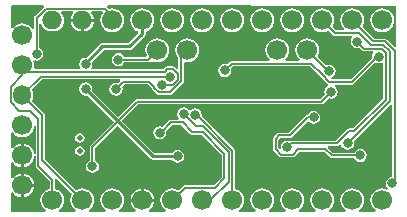
<source format=gbl>
%FSTAX25Y25*%
%MOIN*%
%SFA1B1*%

%IPPOS*%
%ADD27C,0.006000*%
%ADD28C,0.010000*%
%ADD30C,0.066930*%
%ADD31O,0.059060X0.066930*%
%ADD32O,0.066930X0.060630*%
%ADD33C,0.031500*%
%ADD34C,0.019690*%
%LNsuper_pro_mini_1-1*%
%LPD*%
G36*
X0227165Y0170183D02*
Y0156782D01*
X0226703Y015659*
X0224172Y0159121*
X0223875Y015932*
X0223524Y015939*
X0219908*
X0215878Y016342*
X0215947Y016351*
X0216345Y016447*
X021648Y01655*
X0216345Y016653*
X0215947Y016749*
X0215315Y0168315*
X021449Y0168947*
X021353Y0169345*
X02125Y0169481*
X021147Y0169345*
X021051Y0168947*
X0209685Y0168315*
X0209053Y016749*
X0208655Y016653*
X020852Y01655*
X0208655Y016447*
X0209053Y016351*
X0209685Y0162685*
X0209771Y0162619*
X0209611Y0162146*
X0207152*
X0205878Y016342*
X0205947Y016351*
X0206345Y016447*
X0206481Y01655*
X0206345Y016653*
X0205947Y016749*
X0205315Y0168315*
X020449Y0168947*
X020353Y0169345*
X02025Y0169481*
X020147Y0169345*
X020051Y0168947*
X0199685Y0168315*
X0199053Y016749*
X0198655Y016653*
X019852Y01655*
X0198655Y016447*
X0199053Y016351*
X0199685Y0162685*
X020051Y0162053*
X020147Y0161655*
X02025Y016152*
X020353Y0161655*
X020449Y0162053*
X020458Y0162122*
X0206123Y016058*
X020642Y0160381*
X0206772Y0160311*
X0212326*
X0212518Y0159811*
X0212125Y0159223*
X0211956Y0158374*
X0212125Y0157526*
X0212605Y0156806*
X0213325Y0156325*
X0214173Y0156157*
X021494Y0156309*
X0215826Y0155424*
X0216124Y0155225*
X0216475Y0155155*
X0219246*
X0219513Y0154655*
X0219211Y0154203*
X0219042Y0153354*
X0219106Y0153036*
X0211976Y0145906*
X0205525*
X0205497Y0145958*
X0205573Y0146483*
X0206292Y0146963*
X0206773Y0147683*
X0206941Y0148531*
X0206773Y014938*
X0206292Y0150099*
X0205573Y015058*
X0204724Y0150749*
X0203875Y015058*
X0203781Y0150517*
X0200878Y015342*
X0200947Y015351*
X0201345Y015447*
X0201481Y01555*
X0201345Y015653*
X0200947Y015749*
X0200315Y0158315*
X019949Y0158947*
X019853Y0159345*
X01975Y0159481*
X019647Y0159345*
X019551Y0158947*
X0194685Y0158315*
X0194053Y015749*
X0193655Y015653*
X0193519Y01555*
X0193655Y015447*
X0194053Y015351*
X0194685Y0152685*
X0194904Y0152518*
X0194734Y0152018*
X0190266*
X0190096Y0152518*
X0190315Y0152685*
X0190947Y015351*
X0191345Y015447*
X0191481Y01555*
X0191345Y015653*
X0190947Y015749*
X0190315Y0158315*
X018949Y0158947*
X018853Y0159345*
X01875Y0159481*
X018647Y0159345*
X018551Y0158947*
X0184685Y0158315*
X0184053Y015749*
X0183655Y015653*
X0183519Y01555*
X0183655Y015447*
X0184053Y015351*
X0184685Y0152685*
X0184904Y0152518*
X0184734Y0152018*
X0172254*
X0171902Y0151948*
X0171605Y0151749*
X0170747Y0150892*
X016998Y0151044*
X0169132Y0150875*
X0168412Y0150395*
X0167932Y0149675*
X0167763Y0148827*
X0167932Y0147978*
X0168412Y0147259*
X0169132Y0146778*
X016998Y0146609*
X0170829Y0146778*
X0171548Y0147259*
X0172029Y0147978*
X0172198Y0148827*
X0172045Y0149594*
X0172634Y0150182*
X0198276*
X0201599Y0146859*
X02016Y0146857*
X0204118Y0144339*
X0204416Y014414*
X0204528Y0144118*
X0204544Y0143643*
X0204537Y0143606*
X0203826Y0143131*
X0203345Y0142412*
X0203176Y0141563*
X0203329Y0140796*
X0201844Y0139311*
X0140847*
X0140495Y0139242*
X0140198Y0139043*
X0134495Y013334*
X0125735Y0142099*
X0125839Y0142626*
X0125671Y0143474*
X012519Y0144194*
X0124471Y0144675*
X0123622Y0144843*
X0122774Y0144675*
X0122054Y0144194*
X0121573Y0143474*
X0121405Y0142626*
X0121573Y0141777*
X0122054Y0141058*
X0122774Y0140577*
X0123622Y0140409*
X0124149Y0140513*
X0132908Y0131753*
X0125237Y0124082*
X0125038Y0123784*
X0124968Y0123433*
Y0118841*
X0124318Y0118406*
X0123837Y0117687*
X0123668Y0116839*
X0123837Y011599*
X0124318Y0115271*
X0125037Y011479*
X0125886Y0114621*
X0126734Y011479*
X0127454Y0115271*
X0127934Y011599*
X0128103Y0116839*
X0127934Y0117687*
X0127454Y0118406*
X0126804Y0118841*
Y0123053*
X0134206Y0130456*
X014527Y0119392*
X0145634Y0119149*
X0146063Y0119063*
X0152464*
X0152763Y0118617*
X0153482Y0118136*
X0154331Y0117968*
X0155179Y0118136*
X0155899Y0118617*
X0156379Y0119336*
X0156548Y0120185*
X0156379Y0121034*
X0155899Y0121753*
X0155179Y0122234*
X0154331Y0122402*
X0153482Y0122234*
X0152763Y0121753*
X0152464Y0121307*
X0146528*
X0135792Y0132042*
X0141226Y0137476*
X0202224*
X0202575Y0137546*
X0202873Y0137745*
X0204627Y0139498*
X0205394Y0139346*
X0206242Y0139514*
X0206962Y0139995*
X0207442Y0140714*
X0207611Y0141563*
X0207442Y0142412*
X0206962Y0143131*
X0206703Y0143304*
X0206608Y0143969*
X0206693Y0144071*
X0212356*
X0212707Y014414*
X0213005Y0144339*
X0220147Y0151482*
X0220411Y0151306*
X022126Y0151137*
X0222108Y0151306*
X0222376Y0151485*
X0222817Y0151249*
Y0139477*
X0212809Y0129469*
X0211461*
X021111Y0129399*
X0210812Y01292*
X0207045Y0125433*
X0192126*
X0191775Y0125364*
X0191666Y0125291*
X0190847Y0125454*
X0189998Y0125285*
X0189278Y0124804*
X0188798Y0124085*
X0188629Y0123236*
X0188729Y0122732*
X0188268Y0122486*
X0187827Y0122927*
Y0125514*
X0188569Y0126256*
X0191831*
X0192182Y0126326*
X019248Y0126524*
X0197607Y0131652*
X0198038Y0131609*
X0198758Y0131129*
X0199606Y013096*
X0200455Y0131129*
X0201174Y0131609*
X0201655Y0132329*
X0201824Y0133177*
X0201655Y0134026*
X0201174Y0134745*
X0200455Y0135226*
X0199606Y0135395*
X0198758Y0135226*
X0198038Y0134745*
X0197568Y0134042*
X0197484Y0134025*
X0197186Y0133826*
X0191451Y0128091*
X0188189*
X0187838Y0128021*
X018754Y0127822*
X0186261Y0126543*
X0186062Y0126245*
X0185992Y0125894*
Y0122547*
X0186062Y0122196*
X0186261Y0121898*
X0188046Y0120113*
X0188344Y0119914*
X0188695Y0119844*
X0192604*
X0192955Y0119914*
X0193253Y0120113*
X019477Y012163*
X0203163*
X0204961Y0119831*
X0205259Y0119632*
X020561Y0119563*
X0213155*
X021359Y0118912*
X0214309Y0118432*
X0215158Y0118263*
X0216006Y0118432*
X0216725Y0118912*
X0217206Y0119632*
X0217375Y012048*
X0217206Y0121329*
X0216725Y0122048*
X0216006Y0122529*
X0215158Y0122698*
X0214309Y0122529*
X021359Y0122048*
X0213155Y0121398*
X020599*
X020429Y0123098*
X0204397Y0123483*
X0204479Y0123598*
X0207425*
X0207776Y0123668*
X0208074Y0123867*
X0208335Y0124128*
X0208814Y0123983*
X0208877Y0123667*
X0209357Y0122948*
X0210077Y0122467*
X0210925Y0122298*
X0211774Y0122467*
X0212493Y0122948*
X0212974Y0123667*
X0213143Y0124516*
X021299Y0125283*
X0225157Y013745*
X0225657Y0137243*
Y0113302*
X0225037Y0113179*
X0224318Y0112698*
X0223837Y0111978*
X0223668Y011113*
X0223837Y0110281*
X0224318Y0109562*
X0224326Y0109556*
X022409Y0109113*
X022353Y0109345*
X02225Y0109481*
X022147Y0109345*
X022051Y0108947*
X0219685Y0108315*
X0219053Y010749*
X0218655Y010653*
X0218519Y01055*
X0218655Y010447*
X0219053Y010351*
X0219685Y0102685*
X0220342Y0102181*
X0220173Y0101681*
X0214827*
X0214657Y0102181*
X0215315Y0102685*
X0215947Y010351*
X0216345Y010447*
X021648Y01055*
X0216345Y010653*
X0215947Y010749*
X0215315Y0108315*
X021449Y0108947*
X021353Y0109345*
X02125Y0109481*
X021147Y0109345*
X021051Y0108947*
X0209685Y0108315*
X0209053Y010749*
X0208655Y010653*
X020852Y01055*
X0208655Y010447*
X0209053Y010351*
X0209685Y0102685*
X0210343Y0102181*
X0210173Y0101681*
X0204827*
X0204658Y0102181*
X0205315Y0102685*
X0205947Y010351*
X0206345Y010447*
X0206481Y01055*
X0206345Y010653*
X0205947Y010749*
X0205315Y0108315*
X020449Y0108947*
X020353Y0109345*
X02025Y0109481*
X020147Y0109345*
X020051Y0108947*
X0199685Y0108315*
X0199053Y010749*
X0198655Y010653*
X019852Y01055*
X0198655Y010447*
X0199053Y010351*
X0199685Y0102685*
X0200342Y0102181*
X0200173Y0101681*
X0194827*
X0194658Y0102181*
X0195315Y0102685*
X0195947Y010351*
X0196345Y010447*
X0196481Y01055*
X0196345Y010653*
X0195947Y010749*
X0195315Y0108315*
X019449Y0108947*
X019353Y0109345*
X01925Y0109481*
X019147Y0109345*
X019051Y0108947*
X0189685Y0108315*
X0189053Y010749*
X0188655Y010653*
X018852Y01055*
X0188655Y010447*
X0189053Y010351*
X0189685Y0102685*
X0190342Y0102181*
X0190173Y0101681*
X0184827*
X0184658Y0102181*
X0185315Y0102685*
X0185947Y010351*
X0186345Y010447*
X018648Y01055*
X0186345Y010653*
X0185947Y010749*
X0185315Y0108315*
X018449Y0108947*
X018353Y0109345*
X01825Y0109481*
X018147Y0109345*
X018051Y0108947*
X0179685Y0108315*
X0179053Y010749*
X0178655Y010653*
X0178519Y01055*
X0178655Y010447*
X0179053Y010351*
X0179685Y0102685*
X0180342Y0102181*
X0180173Y0101681*
X0174827*
X0174657Y0102181*
X0175315Y0102685*
X0175947Y010351*
X0176345Y010447*
X017648Y01055*
X0176345Y010653*
X0175947Y010749*
X0175315Y0108315*
X017449Y0108947*
X017353Y0109345*
X0173418Y010936*
Y0122095*
X0173348Y0122446*
X0173149Y0122743*
X016229Y0133602*
X0162363Y0133971*
X0162194Y013482*
X0161714Y0135539*
X0160994Y013602*
X0160146Y0136188*
X0159297Y013602*
X0158636Y0135578*
X0158444Y0135526*
X0158069*
X0157867Y0135828*
X0157148Y0136309*
X0156299Y0136477*
X0155451Y0136309*
X0154731Y0135828*
X0154251Y0135108*
X0154082Y013426*
X0154251Y0133411*
X015459Y0132903*
X0154333Y0132403*
X015202*
X0151669Y0132333*
X0151371Y0132134*
X0149283Y0130046*
X0149183Y0130114*
X0148334Y0130283*
X0147485Y0130114*
X0146766Y0129633*
X0146285Y0128914*
X0146117Y0128065*
X0146285Y0127217*
X0146766Y0126497*
X0147485Y0126017*
X0148334Y0125848*
X0149183Y0126017*
X0149902Y0126497*
X0150383Y0127217*
X0150551Y0128065*
X0150443Y0128611*
X01524Y0130567*
X0155544*
X0158425Y0127687*
X0158723Y0127488*
X0159074Y0127418*
X0162218*
X0168952Y0120684*
Y011327*
X0166352Y011067*
X0156752*
X0156401Y01106*
X0156103Y0110401*
X015458Y0108878*
X015449Y0108947*
X015353Y0109345*
X01525Y0109481*
X015147Y0109345*
X015051Y0108947*
X0149685Y0108315*
X0149053Y010749*
X0148655Y010653*
X014852Y01055*
X0148655Y010447*
X0149053Y010351*
X0149685Y0102685*
X0150343Y0102181*
X0150173Y0101681*
X0144827*
X0144658Y0102181*
X0145315Y0102685*
X0145947Y010351*
X0146345Y010447*
X0146415Y0105*
X0138585*
X0138655Y010447*
X0139053Y010351*
X0139685Y0102685*
X0140342Y0102181*
X0140173Y0101681*
X0134827*
X0134658Y0102181*
X0135315Y0102685*
X0135947Y010351*
X0136345Y010447*
X013648Y01055*
X0136345Y010653*
X0135947Y010749*
X0135315Y0108315*
X013449Y0108947*
X013353Y0109345*
X01325Y0109481*
X013147Y0109345*
X013051Y0108947*
X0129685Y0108315*
X0129053Y010749*
X0128655Y010653*
X0128519Y01055*
X0128655Y010447*
X0129053Y010351*
X0129685Y0102685*
X0130342Y0102181*
X0130173Y0101681*
X0124827*
X0124657Y0102181*
X0125315Y0102685*
X0125947Y010351*
X0126345Y010447*
X012648Y01055*
X0126345Y010653*
X0125947Y010749*
X0125315Y0108315*
X012449Y0108947*
X012353Y0109345*
X01225Y0109481*
X012147Y0109345*
X012051Y0108947*
X012042Y0108878*
X0109973Y0119325*
Y0133945*
X0109903Y0134296*
X0109704Y0134594*
X0105715Y0138583*
X0105961Y0139179*
X0106083Y0140106*
Y0140894*
X0105961Y0141821*
X0105715Y0142417*
X010914Y0145842*
X0134971*
X0135178Y0145342*
X0134452Y0144616*
X0133766Y0144752*
X0132918Y0144583*
X0132198Y0144102*
X0131718Y0143383*
X0131549Y0142534*
X0131718Y0141686*
X0132198Y0140966*
X0132918Y0140486*
X0133766Y0140317*
X0134615Y0140486*
X0135334Y0140966*
X0135815Y0141686*
X0135984Y0142534*
X0135815Y0143383*
X0136601Y0144169*
X0144305*
X014569Y0142783*
X01457Y0142733*
X0145899Y0142435*
X0147349Y0140986*
X0147647Y0140787*
X0147998Y0140717*
X0151843*
X0152194Y0140787*
X0152492Y0140986*
X0156095Y0144589*
X0156294Y0144887*
X0156364Y0145238*
Y0151183*
X0156864Y0151603*
X01575Y015152*
X015853Y0151655*
X015949Y0152053*
X0160315Y0152685*
X0160947Y015351*
X0161345Y015447*
X016148Y01555*
X0161345Y015653*
X0160947Y015749*
X0160315Y0158315*
X015949Y0158947*
X015853Y0159345*
X01575Y0159481*
X015647Y0159345*
X015551Y0158947*
X0154685Y0158315*
X0154053Y015749*
X0153655Y015653*
X0153519Y01555*
X0153655Y015447*
X0154053Y015351*
X0154529Y0152889*
Y0149454*
X0154067Y0149262*
X0153446Y0149883*
X0153148Y0150082*
X0152797Y0150152*
X0150747*
X0150395Y0150082*
X0150098Y0149883*
X014955Y0149336*
X0125727*
X0125492Y0149777*
X012567Y0150045*
X0125839Y0150893*
X012567Y0151742*
X0125667Y0151747*
X0129598Y0155678*
X0138189*
X0138618Y0155763*
X0138982Y0156006*
X0143293Y0160317*
X0143536Y0160681*
X0143622Y016111*
Y0161693*
X014449Y0162053*
X0145315Y0162685*
X0145947Y016351*
X0146345Y016447*
X0146481Y01655*
X0146345Y016653*
X0145947Y016749*
X0145315Y0168315*
X014449Y0168947*
X014353Y0169345*
X01425Y0169481*
X014147Y0169345*
X014051Y0168947*
X0139685Y0168315*
X0139053Y016749*
X0138655Y016653*
X013852Y01655*
X0138655Y016447*
X0139053Y016351*
X0139685Y0162685*
X014051Y0162053*
X0140962Y0161865*
X0141079Y0161276*
X0137724Y0157921*
X0129134*
X0128705Y0157835*
X0128341Y0157592*
X012382Y0153071*
X0123622Y0153111*
X0122773Y0152942*
X0122054Y0152461*
X0121573Y0151742*
X0121404Y0150893*
X0121573Y0150045*
X0121752Y0149777*
X0121516Y0149336*
X0106801*
X0106393Y0149836*
X0106481Y01505*
X0106345Y015153*
X0106206Y0151864*
X0106253Y0151952*
X0106584Y015226*
X0107283Y0152121*
X0108132Y015229*
X0108851Y0152771*
X0109332Y015349*
X0109501Y0154339*
X0109332Y0155187*
X0108851Y0155906*
X0108201Y0156341*
Y0164322*
X0108701Y0164421*
X0109013Y0163669*
X0109595Y016291*
X0110354Y0162328*
X0111237Y0161962*
X0112185Y0161837*
X0112815*
X0113763Y0161962*
X0114646Y0162328*
X0115405Y016291*
X0115987Y0163669*
X0116353Y0164552*
X0116478Y01655*
X0116353Y0166448*
X0115987Y0167331*
X0115488Y0167982*
X0115649Y0168482*
X0119351*
X0119512Y0167982*
X0119013Y0167331*
X0118647Y0166448*
X0118588Y0166*
X0126412*
X0126353Y0166448*
X0125987Y0167331*
X0125463Y0168014*
X0125595Y0168514*
X0129208*
X0129455Y0168014*
X0129053Y016749*
X0128655Y016653*
X0128519Y01655*
X0128655Y016447*
X0129053Y016351*
X0129685Y0162685*
X013051Y0162053*
X013147Y0161655*
X01325Y016152*
X013353Y0161655*
X013449Y0162053*
X0135315Y0162685*
X0135947Y016351*
X0136345Y016447*
X013648Y01655*
X0136345Y016653*
X0135947Y016749*
X0135315Y0168315*
X013449Y0168947*
X013353Y0169345*
X01325Y0169481*
X013147Y0169345*
X0131403Y0169317*
X013074Y0169979*
X0130855Y0170377*
X0130929Y0170479*
X0227165Y0170183*
G37*
G36*
X0106938Y013014D02*
Y012086D01*
X0106438Y0120827*
X0106345Y012153*
X0105947Y012249*
X0105315Y0123315*
X010449Y0123947*
X010353Y0124345*
X0103Y0124415*
Y01205*
Y0116585*
X010353Y0116655*
X010449Y0117053*
X0105315Y0117685*
X0105947Y011851*
X0106345Y011947*
X0106438Y0120173*
X0106938Y0120141*
Y0116956*
X0107007Y0116605*
X0107206Y0116307*
X0111582Y0111931*
Y010936*
X011147Y0109345*
X011051Y0108947*
X0109685Y0108315*
X0109053Y010749*
X0108655Y010653*
X0108519Y01055*
X0108655Y010447*
X0109053Y010351*
X0109685Y0102685*
X0110343Y0102181*
X0110173Y0101681*
X0098819*
Y0107993*
X0099319Y0108163*
X0099685Y0107685*
X010051Y0107053*
X010147Y0106655*
X0102Y0106585*
Y01105*
Y0114415*
X010147Y0114345*
X010051Y0113947*
X0099685Y0113315*
X0099319Y0112837*
X0098819Y0113007*
Y0117993*
X0099319Y0118163*
X0099685Y0117685*
X010051Y0117053*
X010147Y0116655*
X0102Y0116585*
Y01205*
Y0124415*
X010147Y0124345*
X010051Y0123947*
X0099685Y0123315*
X0099319Y0122837*
X0098819Y0123007*
Y0127993*
X0099319Y0128163*
X0099685Y0127685*
X010051Y0127053*
X010147Y0126655*
X01025Y012652*
X010353Y0126655*
X010449Y0127053*
X0105315Y0127685*
X0105947Y012851*
X0106345Y012947*
X0106438Y0130173*
X0106938Y013014*
G37*
G36*
X0119122Y010758D02*
X0119053Y010749D01*
X0118655Y010653*
X0118519Y01055*
X0118655Y010447*
X0119053Y010351*
X0119685Y0102685*
X0120343Y0102181*
X0120173Y0101681*
X0114827*
X0114657Y0102181*
X0115315Y0102685*
X0115947Y010351*
X0116345Y010447*
X0116481Y01055*
X0116345Y010653*
X0115947Y010749*
X0115315Y0108315*
X011449Y0108947*
X011353Y0109345*
X0113418Y010936*
Y0112311*
X0113351Y0112644*
X0113375Y011268*
X0113764Y0112938*
X0119122Y010758*
G37*
G36*
X0109416Y0170545D02*
X010957Y0170197D01*
X0109585Y0170044*
X0106635Y0167094*
X0106436Y0166796*
X0106366Y0166445*
Y0162725*
X0106329Y0162704*
X0105866Y0162596*
X0105315Y0163315*
X010449Y0163947*
X010353Y0164345*
X01025Y016448*
X010147Y0164345*
X010051Y0163947*
X0099685Y0163315*
X0099319Y0162837*
X0098819Y0163007*
Y0170078*
X009908Y0170577*
X0109416Y0170545*
G37*
%LNsuper_pro_mini_1-2*%
%LPC*%
G36*
X0121653Y0123572D02*
X0121035Y0123449D01*
X0120511Y0123099*
X0120161Y0122575*
X0120038Y0121957*
X0120161Y0121339*
X0120511Y0120815*
X0121035Y0120464*
X0121653Y0120341*
X0122272Y0120464*
X0122796Y0120815*
X0123146Y0121339*
X0123269Y0121957*
X0123146Y0122575*
X0122796Y0123099*
X0122272Y0123449*
X0121653Y0123572*
G37*
G36*
Y0127903D02*
X0121035Y012778D01*
X0120511Y012743*
X0120161Y0126906*
X0120038Y0126287*
X0120161Y0125669*
X0120511Y0125145*
X0121035Y0124795*
X0121653Y0124672*
X0122272Y0124795*
X0122796Y0125145*
X0123146Y0125669*
X0123269Y0126287*
X0123146Y0126906*
X0122796Y012743*
X0122272Y012778*
X0121653Y0127903*
G37*
G36*
X0126412Y0165D02*
X0123D01*
Y0161862*
X0123763Y0161962*
X0124646Y0162328*
X0125405Y016291*
X0125987Y0163669*
X0126353Y0164552*
X0126412Y0165*
G37*
G36*
X0142Y0109415D02*
X014147Y0109345D01*
X014051Y0108947*
X0139685Y0108315*
X0139053Y010749*
X0138655Y010653*
X0138585Y0106*
X0142*
Y0109415*
G37*
G36*
X0143D02*
Y0106D01*
X0146415*
X0146345Y010653*
X0145947Y010749*
X0145315Y0108315*
X014449Y0108947*
X014353Y0109345*
X0143Y0109415*
G37*
G36*
X01825Y0169481D02*
X018147Y0169345D01*
X018051Y0168947*
X0179685Y0168315*
X0179053Y016749*
X0178655Y016653*
X0178519Y01655*
X0178655Y016447*
X0179053Y016351*
X0179685Y0162685*
X018051Y0162053*
X018147Y0161655*
X01825Y016152*
X018353Y0161655*
X018449Y0162053*
X0185315Y0162685*
X0185947Y016351*
X0186345Y016447*
X018648Y01655*
X0186345Y016653*
X0185947Y016749*
X0185315Y0168315*
X018449Y0168947*
X018353Y0169345*
X01825Y0169481*
G37*
G36*
X01725D02*
X017147Y0169345D01*
X017051Y0168947*
X0169685Y0168315*
X0169053Y016749*
X0168655Y016653*
X0168519Y01655*
X0168655Y016447*
X0169053Y016351*
X0169685Y0162685*
X017051Y0162053*
X017147Y0161655*
X01725Y016152*
X017353Y0161655*
X017449Y0162053*
X0175315Y0162685*
X0175947Y016351*
X0176345Y016447*
X017648Y01655*
X0176345Y016653*
X0175947Y016749*
X0175315Y0168315*
X017449Y0168947*
X017353Y0169345*
X01725Y0169481*
G37*
G36*
X02225D02*
X022147Y0169345D01*
X022051Y0168947*
X0219685Y0168315*
X0219053Y016749*
X0218655Y016653*
X0218519Y01655*
X0218655Y016447*
X0219053Y016351*
X0219685Y0162685*
X022051Y0162053*
X022147Y0161655*
X02225Y016152*
X022353Y0161655*
X022449Y0162053*
X0225315Y0162685*
X0225947Y016351*
X0226345Y016447*
X0226481Y01655*
X0226345Y016653*
X0225947Y016749*
X0225315Y0168315*
X022449Y0168947*
X022353Y0169345*
X02225Y0169481*
G37*
G36*
X01925D02*
X019147Y0169345D01*
X019051Y0168947*
X0189685Y0168315*
X0189053Y016749*
X0188655Y016653*
X018852Y01655*
X0188655Y016447*
X0189053Y016351*
X0189685Y0162685*
X019051Y0162053*
X019147Y0161655*
X01925Y016152*
X019353Y0161655*
X019449Y0162053*
X0195315Y0162685*
X0195947Y016351*
X0196345Y016447*
X0196481Y01655*
X0196345Y016653*
X0195947Y016749*
X0195315Y0168315*
X019449Y0168947*
X019353Y0169345*
X01925Y0169481*
G37*
G36*
X0122Y0165D02*
X0118588D01*
X0118647Y0164552*
X0119013Y0163669*
X0119595Y016291*
X0120354Y0162328*
X0121237Y0161962*
X0122Y0161862*
Y0165*
G37*
G36*
X01475Y0159481D02*
X014647Y0159345D01*
X014551Y0158947*
X0144685Y0158315*
X0144053Y015749*
X0143655Y015653*
X0143519Y01555*
X0143655Y015447*
X0143918Y0153834*
X0143584Y0153334*
X0136498*
X0136064Y0153985*
X0135344Y0154465*
X0134496Y0154634*
X0133647Y0154465*
X0132928Y0153985*
X0132447Y0153266*
X0132278Y0152417*
X0132447Y0151568*
X0132928Y0150849*
X0133647Y0150368*
X0134496Y0150199*
X0135344Y0150368*
X0136064Y0150849*
X0136498Y0151499*
X0144417*
X0144768Y0151569*
X0145066Y0151768*
X014542Y0152122*
X014551Y0152053*
X014647Y0151655*
X01475Y015152*
X014853Y0151655*
X014949Y0152053*
X0150315Y0152685*
X0150947Y015351*
X0151345Y015447*
X015148Y01555*
X0151345Y015653*
X0150947Y015749*
X0150315Y0158315*
X014949Y0158947*
X014853Y0159345*
X01475Y0159481*
G37*
G36*
X01625Y0169481D02*
X016147Y0169345D01*
X016051Y0168947*
X0159685Y0168315*
X0159053Y016749*
X0158655Y016653*
X0158519Y01655*
X0158655Y016447*
X0159053Y016351*
X0159685Y0162685*
X016051Y0162053*
X016147Y0161655*
X01625Y016152*
X016353Y0161655*
X016449Y0162053*
X0165315Y0162685*
X0165947Y016351*
X0166345Y016447*
X0166481Y01655*
X0166345Y016653*
X0165947Y016749*
X0165315Y0168315*
X016449Y0168947*
X016353Y0169345*
X01625Y0169481*
G37*
G36*
X01525D02*
X015147Y0169345D01*
X015051Y0168947*
X0149685Y0168315*
X0149053Y016749*
X0148655Y016653*
X014852Y01655*
X0148655Y016447*
X0149053Y016351*
X0149685Y0162685*
X015051Y0162053*
X015147Y0161655*
X01525Y016152*
X015353Y0161655*
X015449Y0162053*
X0155315Y0162685*
X0155947Y016351*
X0156345Y016447*
X0156481Y01655*
X0156345Y016653*
X0155947Y016749*
X0155315Y0168315*
X015449Y0168947*
X015353Y0169345*
X01525Y0169481*
G37*
G36*
X0103Y0114415D02*
Y0111D01*
X0106415*
X0106345Y011153*
X0105947Y011249*
X0105315Y0113315*
X010449Y0113947*
X010353Y0114345*
X0103Y0114415*
G37*
G36*
X0106415Y011D02*
X0103D01*
Y0106585*
X010353Y0106655*
X010449Y0107053*
X0105315Y0107685*
X0105947Y010851*
X0106345Y010947*
X0106415Y011*
G37*
%LNsuper_pro_mini_1-3*%
%LPD*%
G54D27*
X0198656Y01511D02*
X0202249Y0147507D01*
X0172254Y01511D02*
X0198656D01*
X016998Y0148827D02*
X0172254Y01511D01*
X0129991Y0169431D02*
X01325Y0166922D01*
X0107283Y0166445D02*
X011027Y0169431D01*
X0120557D02*
X0129991D01*
X011027D02*
X0114443D01*
X0114475Y01694D02*
X0120525D01*
X0114443Y0169431D02*
X0114475Y01694D01*
X0120525D02*
X0120557Y0169431D01*
X0101359Y0135441D02*
X010502D01*
X00986Y01382D02*
X0101359Y0135441D01*
X00986Y01382D02*
Y0143293D01*
X0125886Y0123433D02*
X013435Y0131898D01*
X0140847Y0138394*
X0125886Y0116839D02*
Y0123433D01*
X0109055Y0118945D02*
Y0133945D01*
X0107855Y0116956D02*
Y0132606D01*
X0109055Y0118945D02*
X01225Y01055D01*
X0107855Y0116956D02*
X01125Y0112311D01*
X01486Y0128065D02*
X015202Y0131485D01*
X0202224Y0138394D02*
X0205394Y0141563D01*
X0140847Y0138394D02*
X0202224D01*
X0148334Y0128065D02*
X01486D01*
X0133766Y0142534D02*
Y0142632D01*
X0136221Y0145087*
X0144417Y0152417D02*
X01475Y01555D01*
X0134496Y0152417D02*
X0144417D01*
X0155447Y0153446D02*
X01575Y01555D01*
X0155447Y0145238D02*
Y0153446D01*
X0151843Y0141635D02*
X0155447Y0145238D01*
X0147998Y0141635D02*
X0151843D01*
X0146548Y0143084D02*
X0147998Y0141635D01*
X0146548Y0143084D02*
Y0143224D01*
X0144685Y0145087D02*
X0146548Y0143224D01*
X0136221Y0145087D02*
X0144685D01*
X0204767Y0144988D02*
X0212356D01*
X01975Y01555D02*
X0204724Y0148276D01*
X0202249Y0147506D02*
X0204767Y0144988D01*
X0202249Y0147506D02*
Y0147507D01*
X0204724Y0148276D02*
Y0148531D01*
X0197835Y0133177D02*
X0199606D01*
X0191831Y0127173D02*
X0197835Y0133177D01*
X0212356Y0144988D02*
X0220722Y0153354D01*
X022126*
X021159Y0155618D02*
X0211608Y0155637D01*
X0216475Y0156072D02*
X0222357D01*
X0214173Y0158374D02*
X0216475Y0156072D01*
X0218775Y0157272D02*
X0222853D01*
X0214819Y0161228D02*
X0218775Y0157272D01*
X0206772Y0161228D02*
X0214819D01*
X0123622Y0150893D02*
Y0151287D01*
X0149931Y0148419D02*
X0150747Y0149235D01*
X01025Y01505D02*
X0104581Y0148419D01*
X0149931*
X0152797Y0149235D02*
X0154246Y0147785D01*
X0150747Y0149235D02*
X0152797D01*
X01025Y01405D02*
X010876Y014676D01*
X0222357Y0156072D02*
X0223735Y0154694D01*
X0213189Y0128551D02*
X0223735Y0139097D01*
Y0154694*
X0225Y0138591D02*
Y0155126D01*
X0222853Y0157272D02*
X0225Y0155126D01*
X0210925Y0124516D02*
X0225Y0138591D01*
X0188189Y0127173D02*
X0191831D01*
X0186909Y0125894D02*
X0188189Y0127173D01*
X0186909Y0122547D02*
Y0125894D01*
Y0122547D02*
X0188695Y0120761D01*
X0192604*
X019439Y0122547*
X0203543*
X020561Y012048*
X0215158*
X0190847Y0123236D02*
X0192126Y0124516D01*
X0207425*
X0211461Y0128551*
X0213189*
X02125Y01655D02*
X0219528Y0158472D01*
X02025Y01655D02*
X0206772Y0161228D01*
X0225886Y011113D02*
X0226575Y0111819D01*
Y0155421*
X0223524Y0158472D02*
X0226575Y0155421D01*
X0219528Y0158472D02*
X0223524D01*
X01125Y01055D02*
Y0112311D01*
X010502Y0135441D02*
X0107855Y0132606D01*
X00986Y0143293D02*
X01025Y0147193D01*
Y01505*
Y01405D02*
X0109055Y0133945D01*
X0149023Y0144109D02*
X0152621D01*
X0154246Y0145735*
Y0147785*
X010876Y014676D02*
X0151772D01*
X0107283Y0154339D02*
Y0166445D01*
X01325Y01655D02*
Y0166922D01*
X0160146Y0133971D02*
X0160623D01*
X01725Y0122095*
X0156299Y013426D02*
X0160335Y0130224D01*
X0162598*
X015202Y0131485D02*
X0155924D01*
X0159074Y0128335*
X0162598*
X016987Y0121064*
Y011289D02*
Y0121064D01*
X0166732Y0109752D02*
X016987Y011289D01*
X0156752Y0109752D02*
X0166732D01*
X01525Y01055D02*
X0156752Y0109752D01*
X0162598Y0130224D02*
X01713Y0121523D01*
Y0111761D02*
Y0121523D01*
X0165039Y01055D02*
X01713Y0111761D01*
X01625Y01055D02*
X0165039D01*
X01725D02*
Y0122095D01*
G54D28*
X0123622Y0142626D02*
X013435Y0131898D01*
X0146063Y0120185*
X01425Y016111D02*
Y01655D01*
X0138189Y0156799D02*
X01425Y016111D01*
X0129134Y0156799D02*
X0138189D01*
X0123622Y0151287D02*
X0129134Y0156799D01*
X0146063Y0120185D02*
X0154331D01*
G54D30*
X01875Y01555D03*
X01975D03*
X01575D03*
X01475D03*
X01025Y01605D03*
Y01505D03*
Y01305D03*
Y01205D03*
Y01105D03*
X01325Y01655D03*
X01425D03*
X01525D03*
X01625D03*
X01725D03*
X01825D03*
X01925D03*
X02025D03*
X02125D03*
X02225D03*
Y01055D03*
X02125D03*
X02025D03*
X01925D03*
X01825D03*
X01725D03*
X01625D03*
X01525D03*
X01425D03*
X01325D03*
X01225D03*
X01125D03*
G54D31*
X01025Y01405D03*
G54D32*
X01125Y01655D03*
X01225D03*
G54D33*
X0117618Y0133669D03*
X0148334Y0128065D03*
X0205394Y0141563D03*
X0133766Y0142534D03*
X0125886Y0116839D03*
X0119986Y011714D03*
X0134496Y0152417D03*
X0204724Y0148531D03*
X0199606Y0133177D03*
X0208661Y0114279D03*
X0220472Y0149605D03*
X0211608Y0155637D03*
X0214173Y0158374D03*
X0123622Y0150893D03*
X0140157Y012176D03*
X0123622Y0142626D03*
X0154331Y0120185D03*
X016998Y0148827D03*
X022126Y0153354D03*
X0215158Y012048D03*
X0190847Y0123236D03*
X0210925Y0124516D03*
X0225886Y011113D03*
X0149023Y0144109D03*
X0151772Y014676D03*
X0107283Y0154339D03*
X0160146Y0133971D03*
X0156299Y013426D03*
G54D34*
X0121653Y0121957D03*
Y0126287D03*
M02*
</source>
